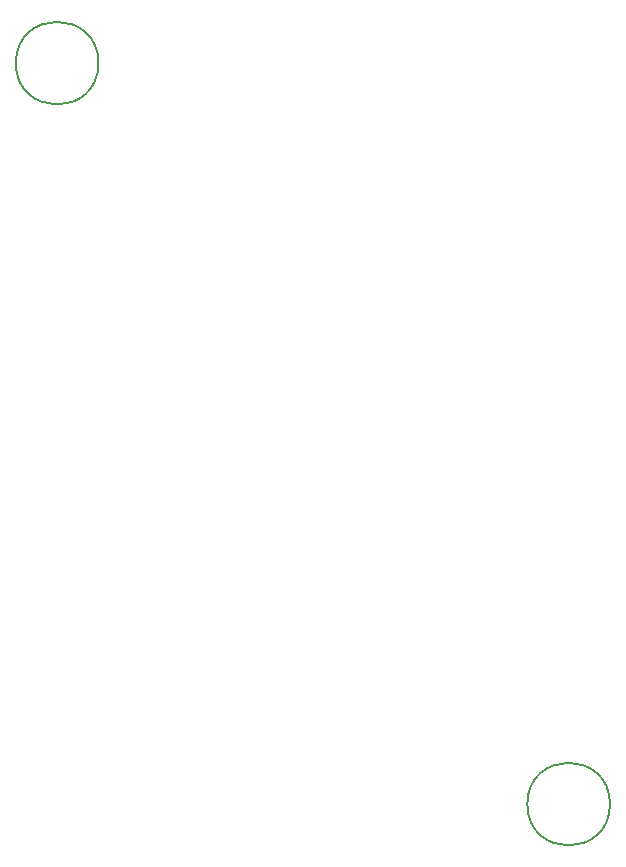
<source format=gbr>
%TF.GenerationSoftware,KiCad,Pcbnew,(5.1.12)-1*%
%TF.CreationDate,2021-12-15T12:49:01+01:00*%
%TF.ProjectId,HorseFOT_thomas_v1,486f7273-6546-44f5-945f-74686f6d6173,rev?*%
%TF.SameCoordinates,Original*%
%TF.FileFunction,Other,Comment*%
%FSLAX46Y46*%
G04 Gerber Fmt 4.6, Leading zero omitted, Abs format (unit mm)*
G04 Created by KiCad (PCBNEW (5.1.12)-1) date 2021-12-15 12:49:01*
%MOMM*%
%LPD*%
G01*
G04 APERTURE LIST*
%ADD10C,0.150000*%
G04 APERTURE END LIST*
D10*
%TO.C,REF\u002A\u002A*%
X140914000Y-45085000D02*
G75*
G03*
X140914000Y-45085000I-3500000J0D01*
G01*
X184221000Y-107823000D02*
G75*
G03*
X184221000Y-107823000I-3500000J0D01*
G01*
%TD*%
M02*

</source>
